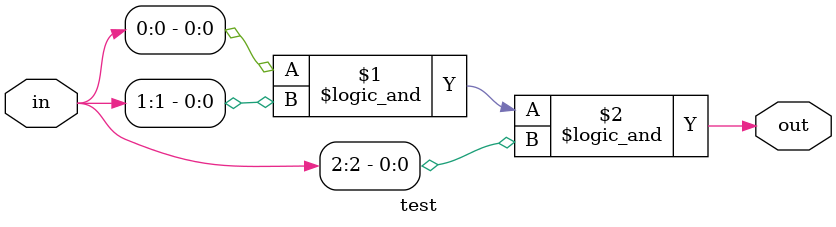
<source format=v>
module test(input [2:0] in, output out);
assign out = in[0] && in[1] && in[2];
endmodule

</source>
